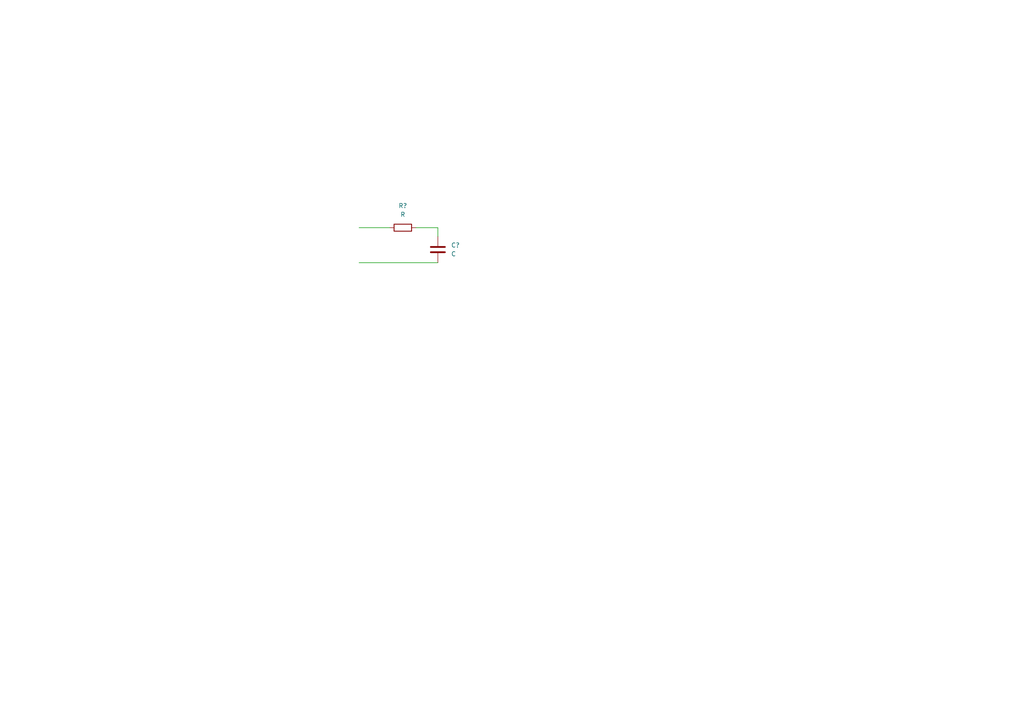
<source format=kicad_sch>
(kicad_sch (version 20211123) (generator eeschema)
  (paper "A4")
  (lib_symbols
    (symbol "Device:C" (pin_numbers hide) (pin_names (offset 0.254))
      (property "Reference" "C" (at 0.635 2.54 0))
      (property "Value" "C" (at 0.635 -2.54 0))
      (symbol "C_0_1"
        (polyline (pts (xy -2.032 -0.762) (xy 2.032 -0.762)) (stroke (width 0.508)))
        (polyline (pts (xy -2.032 0.762) (xy 2.032 0.762)) (stroke (width 0.508)))
      )
      (symbol "C_1_1"
        (pin passive line (at 0 3.81 270) (length 2.794) (name "~") (number "1"))
        (pin passive line (at 0 -3.81 90) (length 2.794) (name "~") (number "2"))
      )
    )
    (symbol "Device:R" (pin_numbers hide) (pin_names (offset 0))
      (property "Reference" "R" (at 2.032 0 90))
      (property "Value" "R" (at 0 0 90))
      (symbol "R_0_1"
        (rectangle (start -1.016 -2.54) (end 1.016 2.54) (stroke (width 0.254)))
      )
      (symbol "R_1_1"
        (pin passive line (at 0 3.81 270) (length 1.27) (name "~") (number "1"))
        (pin passive line (at 0 -3.81 90) (length 1.27) (name "~") (number "2"))
      )
    )
  )
  (wire (pts (xy 104.14 66.04) (xy 113.03 66.04)))
  (wire (pts (xy 120.65 66.04) (xy 127 66.04)))
  (wire (pts (xy 104.14 76.2) (xy 127 76.2)))
  (wire (pts (xy 127 66.04) (xy 127 68.58)))
  (symbol (lib_id "Device:C") (at 127 72.39 0) (unit 1)
    (property "Reference" "C?" (at 130.81 71.1199 0) (effects (justify left)))
    (property "Value" "C" (at 130.81 73.6599 0) (effects (justify left)))
  )
  (symbol (lib_id "Device:R") (at 116.84 66.04 270) (unit 1)
    (property "Reference" "R?" (at 116.84 59.69 90))
    (property "Value" "R" (at 116.84 62.23 90))
  )
)
</source>
